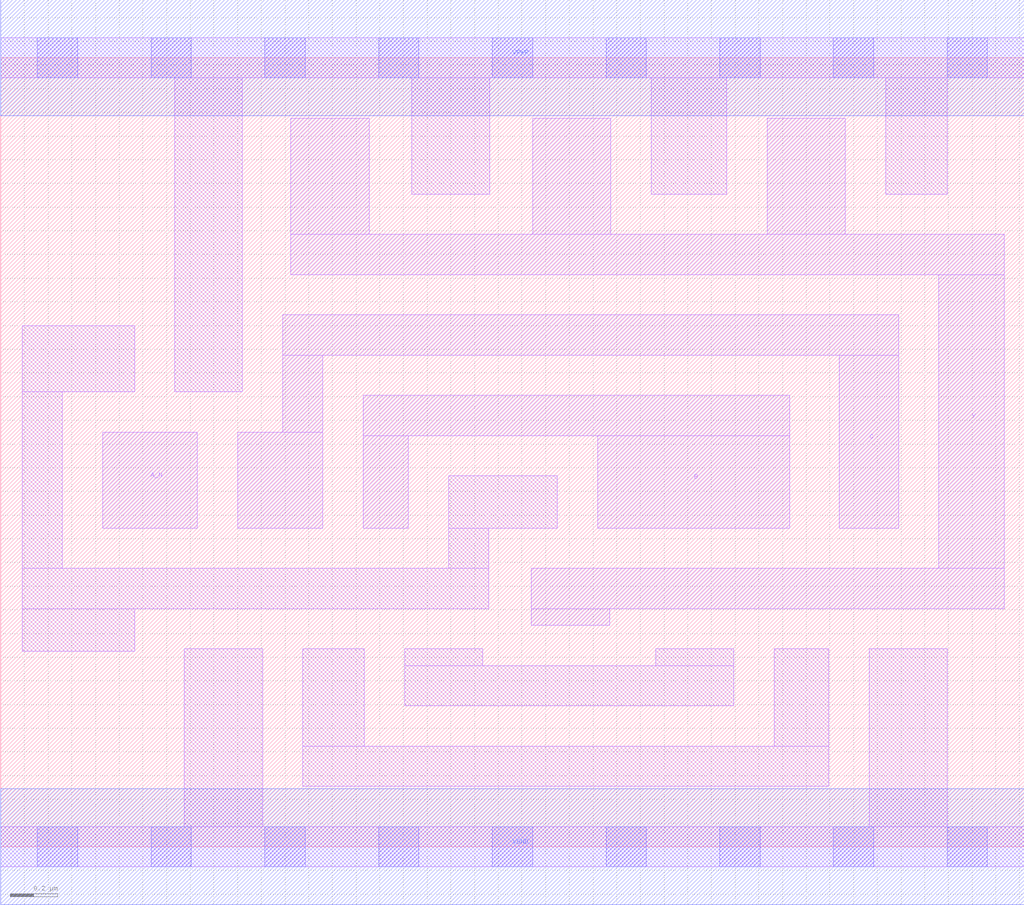
<source format=lef>
# Copyright 2020 The SkyWater PDK Authors
#
# Licensed under the Apache License, Version 2.0 (the "License");
# you may not use this file except in compliance with the License.
# You may obtain a copy of the License at
#
#     https://www.apache.org/licenses/LICENSE-2.0
#
# Unless required by applicable law or agreed to in writing, software
# distributed under the License is distributed on an "AS IS" BASIS,
# WITHOUT WARRANTIES OR CONDITIONS OF ANY KIND, either express or implied.
# See the License for the specific language governing permissions and
# limitations under the License.
#
# SPDX-License-Identifier: Apache-2.0

VERSION 5.7 ;
  NOWIREEXTENSIONATPIN ON ;
  DIVIDERCHAR "/" ;
  BUSBITCHARS "[]" ;
UNITS
  DATABASE MICRONS 200 ;
END UNITS
MACRO sky130_fd_sc_lp__nand3b_2
  CLASS CORE ;
  FOREIGN sky130_fd_sc_lp__nand3b_2 ;
  ORIGIN  0.000000  0.000000 ;
  SIZE  4.320000 BY  3.330000 ;
  SYMMETRY X Y R90 ;
  SITE unit ;
  PIN A_N
    ANTENNAGATEAREA  0.126000 ;
    DIRECTION INPUT ;
    USE SIGNAL ;
    PORT
      LAYER li1 ;
        RECT 0.430000 1.345000 0.830000 1.750000 ;
    END
  END A_N
  PIN B
    ANTENNAGATEAREA  0.630000 ;
    DIRECTION INPUT ;
    USE SIGNAL ;
    PORT
      LAYER li1 ;
        RECT 1.530000 1.345000 1.720000 1.735000 ;
        RECT 1.530000 1.735000 3.330000 1.905000 ;
        RECT 2.520000 1.345000 3.330000 1.735000 ;
    END
  END B
  PIN C
    ANTENNAGATEAREA  0.630000 ;
    DIRECTION INPUT ;
    USE SIGNAL ;
    PORT
      LAYER li1 ;
        RECT 1.000000 1.345000 1.360000 1.750000 ;
        RECT 1.190000 1.750000 1.360000 2.075000 ;
        RECT 1.190000 2.075000 3.790000 2.245000 ;
        RECT 3.540000 1.345000 3.790000 2.075000 ;
    END
  END C
  PIN Y
    ANTENNADIFFAREA  1.453200 ;
    DIRECTION OUTPUT ;
    USE SIGNAL ;
    PORT
      LAYER li1 ;
        RECT 1.225000 2.415000 4.235000 2.585000 ;
        RECT 1.225000 2.585000 1.555000 3.075000 ;
        RECT 2.240000 0.935000 2.570000 1.005000 ;
        RECT 2.240000 1.005000 4.235000 1.175000 ;
        RECT 2.245000 2.585000 2.575000 3.075000 ;
        RECT 3.235000 2.585000 3.565000 3.075000 ;
        RECT 3.960000 1.175000 4.235000 2.415000 ;
    END
  END Y
  PIN VGND
    DIRECTION INOUT ;
    USE GROUND ;
    PORT
      LAYER met1 ;
        RECT 0.000000 -0.245000 4.320000 0.245000 ;
    END
  END VGND
  PIN VPWR
    DIRECTION INOUT ;
    USE POWER ;
    PORT
      LAYER met1 ;
        RECT 0.000000 3.085000 4.320000 3.575000 ;
    END
  END VPWR
  OBS
    LAYER li1 ;
      RECT 0.000000 -0.085000 4.320000 0.085000 ;
      RECT 0.000000  3.245000 4.320000 3.415000 ;
      RECT 0.090000  0.825000 0.565000 1.005000 ;
      RECT 0.090000  1.005000 2.060000 1.175000 ;
      RECT 0.090000  1.175000 0.260000 1.920000 ;
      RECT 0.090000  1.920000 0.565000 2.200000 ;
      RECT 0.735000  1.920000 1.020000 3.245000 ;
      RECT 0.775000  0.085000 1.105000 0.835000 ;
      RECT 1.275000  0.255000 3.495000 0.425000 ;
      RECT 1.275000  0.425000 1.535000 0.835000 ;
      RECT 1.705000  0.595000 3.095000 0.765000 ;
      RECT 1.705000  0.765000 2.035000 0.835000 ;
      RECT 1.735000  2.755000 2.065000 3.245000 ;
      RECT 1.890000  1.175000 2.060000 1.345000 ;
      RECT 1.890000  1.345000 2.350000 1.565000 ;
      RECT 2.745000  2.755000 3.065000 3.245000 ;
      RECT 2.765000  0.765000 3.095000 0.835000 ;
      RECT 3.265000  0.425000 3.495000 0.835000 ;
      RECT 3.665000  0.085000 3.995000 0.835000 ;
      RECT 3.735000  2.755000 3.995000 3.245000 ;
    LAYER mcon ;
      RECT 0.155000 -0.085000 0.325000 0.085000 ;
      RECT 0.155000  3.245000 0.325000 3.415000 ;
      RECT 0.635000 -0.085000 0.805000 0.085000 ;
      RECT 0.635000  3.245000 0.805000 3.415000 ;
      RECT 1.115000 -0.085000 1.285000 0.085000 ;
      RECT 1.115000  3.245000 1.285000 3.415000 ;
      RECT 1.595000 -0.085000 1.765000 0.085000 ;
      RECT 1.595000  3.245000 1.765000 3.415000 ;
      RECT 2.075000 -0.085000 2.245000 0.085000 ;
      RECT 2.075000  3.245000 2.245000 3.415000 ;
      RECT 2.555000 -0.085000 2.725000 0.085000 ;
      RECT 2.555000  3.245000 2.725000 3.415000 ;
      RECT 3.035000 -0.085000 3.205000 0.085000 ;
      RECT 3.035000  3.245000 3.205000 3.415000 ;
      RECT 3.515000 -0.085000 3.685000 0.085000 ;
      RECT 3.515000  3.245000 3.685000 3.415000 ;
      RECT 3.995000 -0.085000 4.165000 0.085000 ;
      RECT 3.995000  3.245000 4.165000 3.415000 ;
  END
END sky130_fd_sc_lp__nand3b_2
END LIBRARY

</source>
